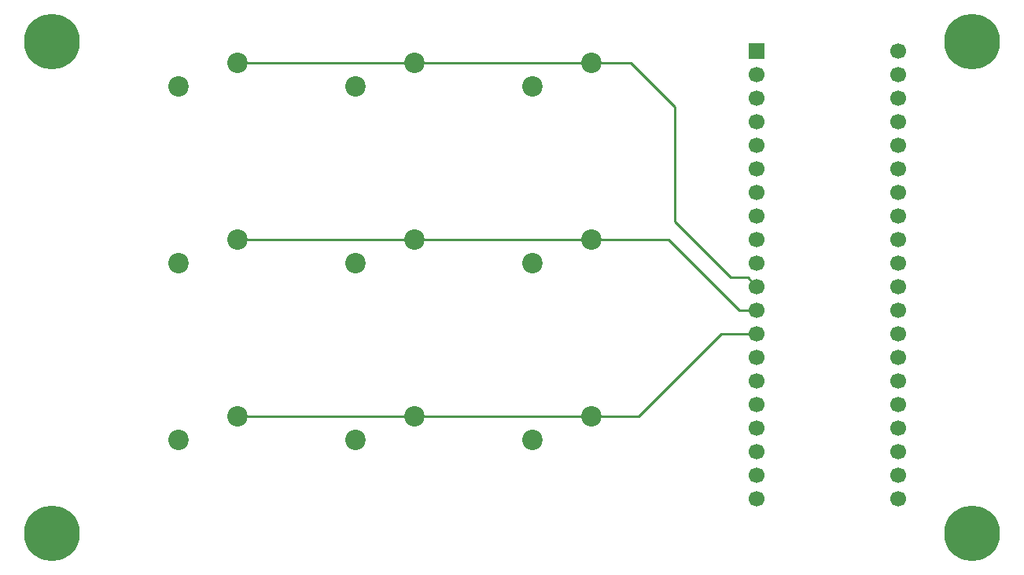
<source format=gbr>
%TF.GenerationSoftware,KiCad,Pcbnew,5.1.8*%
%TF.CreationDate,2021-01-16T11:32:51+01:00*%
%TF.ProjectId,macropad,6d616372-6f70-4616-942e-6b696361645f,rev?*%
%TF.SameCoordinates,Original*%
%TF.FileFunction,Copper,L1,Top*%
%TF.FilePolarity,Positive*%
%FSLAX46Y46*%
G04 Gerber Fmt 4.6, Leading zero omitted, Abs format (unit mm)*
G04 Created by KiCad (PCBNEW 5.1.8) date 2021-01-16 11:32:51*
%MOMM*%
%LPD*%
G01*
G04 APERTURE LIST*
%TA.AperFunction,ComponentPad*%
%ADD10C,2.200000*%
%TD*%
%TA.AperFunction,ComponentPad*%
%ADD11C,6.000000*%
%TD*%
%TA.AperFunction,ComponentPad*%
%ADD12C,1.700000*%
%TD*%
%TA.AperFunction,ComponentPad*%
%ADD13R,1.700000X1.700000*%
%TD*%
%TA.AperFunction,Conductor*%
%ADD14C,0.250000*%
%TD*%
G04 APERTURE END LIST*
D10*
%TO.P,SW1,1*%
%TO.N,/Row1*%
X93980000Y-95250000D03*
%TO.P,SW1,2*%
%TO.N,Net-(D1-Pad1)*%
X87630000Y-97790000D03*
%TD*%
D11*
%TO.P,REF\u002A\u002A,1*%
%TO.N,N/C*%
X173000000Y-93000000D03*
%TD*%
%TO.P,REF\u002A\u002A,1*%
%TO.N,N/C*%
X173000000Y-146000000D03*
%TD*%
%TO.P,REF\u002A\u002A,1*%
%TO.N,N/C*%
X74000000Y-146000000D03*
%TD*%
%TO.P,REF\u002A\u002A,1*%
%TO.N,N/C*%
X74000000Y-93000000D03*
%TD*%
D10*
%TO.P,SW2,2*%
%TO.N,Net-(D2-Pad1)*%
X87630000Y-116840000D03*
%TO.P,SW2,1*%
%TO.N,/Row2*%
X93980000Y-114300000D03*
%TD*%
%TO.P,SW3,2*%
%TO.N,Net-(D3-Pad1)*%
X87630000Y-135890000D03*
%TO.P,SW3,1*%
%TO.N,/Row3*%
X93980000Y-133350000D03*
%TD*%
%TO.P,SW4,2*%
%TO.N,Net-(D4-Pad1)*%
X106680000Y-97790000D03*
%TO.P,SW4,1*%
%TO.N,/Row1*%
X113030000Y-95250000D03*
%TD*%
%TO.P,SW5,1*%
%TO.N,/Row2*%
X113030000Y-114300000D03*
%TO.P,SW5,2*%
%TO.N,Net-(D5-Pad1)*%
X106680000Y-116840000D03*
%TD*%
%TO.P,SW6,1*%
%TO.N,/Row3*%
X113030000Y-133350000D03*
%TO.P,SW6,2*%
%TO.N,Net-(D6-Pad1)*%
X106680000Y-135890000D03*
%TD*%
%TO.P,SW7,1*%
%TO.N,/Row1*%
X132080000Y-95250000D03*
%TO.P,SW7,2*%
%TO.N,Net-(D7-Pad1)*%
X125730000Y-97790000D03*
%TD*%
%TO.P,SW8,1*%
%TO.N,/Row2*%
X132080000Y-114300000D03*
%TO.P,SW8,2*%
%TO.N,Net-(D8-Pad1)*%
X125730000Y-116840000D03*
%TD*%
%TO.P,SW9,2*%
%TO.N,Net-(D9-Pad1)*%
X125730000Y-135890000D03*
%TO.P,SW9,1*%
%TO.N,/Row3*%
X132080000Y-133350000D03*
%TD*%
D12*
%TO.P,U1,40*%
%TO.N,Net-(U1-Pad40)*%
X165100000Y-93980000D03*
D13*
%TO.P,U1,1*%
%TO.N,/Col1*%
X149860000Y-93980000D03*
D12*
%TO.P,U1,39*%
%TO.N,Net-(U1-Pad39)*%
X165100000Y-96520000D03*
%TO.P,U1,2*%
%TO.N,/Col2*%
X149860000Y-96520000D03*
%TO.P,U1,38*%
%TO.N,Net-(U1-Pad38)*%
X165100000Y-99060000D03*
%TO.P,U1,3*%
%TO.N,/Col3*%
X149860000Y-99060000D03*
%TO.P,U1,37*%
%TO.N,Net-(U1-Pad37)*%
X165100000Y-101600000D03*
%TO.P,U1,4*%
%TO.N,Net-(U1-Pad4)*%
X149860000Y-101600000D03*
%TO.P,U1,36*%
%TO.N,Net-(U1-Pad36)*%
X165100000Y-104140000D03*
%TO.P,U1,5*%
%TO.N,Net-(U1-Pad5)*%
X149860000Y-104140000D03*
%TO.P,U1,35*%
%TO.N,Net-(U1-Pad35)*%
X165100000Y-106680000D03*
%TO.P,U1,6*%
%TO.N,Net-(U1-Pad6)*%
X149860000Y-106680000D03*
%TO.P,U1,34*%
%TO.N,Net-(U1-Pad34)*%
X165100000Y-109220000D03*
%TO.P,U1,7*%
%TO.N,Net-(U1-Pad7)*%
X149860000Y-109220000D03*
%TO.P,U1,33*%
%TO.N,Net-(U1-Pad33)*%
X165100000Y-111760000D03*
%TO.P,U1,8*%
%TO.N,Net-(U1-Pad8)*%
X149860000Y-111760000D03*
%TO.P,U1,32*%
%TO.N,Net-(U1-Pad32)*%
X165100000Y-114300000D03*
%TO.P,U1,9*%
%TO.N,Net-(U1-Pad9)*%
X149860000Y-114300000D03*
%TO.P,U1,31*%
%TO.N,Net-(U1-Pad31)*%
X165100000Y-116840000D03*
%TO.P,U1,10*%
%TO.N,Net-(U1-Pad10)*%
X149860000Y-116840000D03*
%TO.P,U1,30*%
%TO.N,Net-(U1-Pad30)*%
X165100000Y-119380000D03*
%TO.P,U1,11*%
%TO.N,/Row1*%
X149860000Y-119380000D03*
%TO.P,U1,29*%
%TO.N,Net-(U1-Pad29)*%
X165100000Y-121920000D03*
%TO.P,U1,12*%
%TO.N,/Row2*%
X149860000Y-121920000D03*
%TO.P,U1,28*%
%TO.N,Net-(U1-Pad28)*%
X165100000Y-124460000D03*
%TO.P,U1,13*%
%TO.N,/Row3*%
X149860000Y-124460000D03*
%TO.P,U1,27*%
%TO.N,Net-(U1-Pad27)*%
X165100000Y-127000000D03*
%TO.P,U1,14*%
%TO.N,Net-(U1-Pad14)*%
X149860000Y-127000000D03*
%TO.P,U1,26*%
%TO.N,Net-(U1-Pad26)*%
X165100000Y-129540000D03*
%TO.P,U1,15*%
%TO.N,Net-(U1-Pad15)*%
X149860000Y-129540000D03*
%TO.P,U1,25*%
%TO.N,Net-(U1-Pad25)*%
X165100000Y-132080000D03*
%TO.P,U1,16*%
%TO.N,Net-(U1-Pad16)*%
X149860000Y-132080000D03*
%TO.P,U1,24*%
%TO.N,Net-(U1-Pad24)*%
X165100000Y-134620000D03*
%TO.P,U1,17*%
%TO.N,Net-(U1-Pad17)*%
X149860000Y-134620000D03*
%TO.P,U1,23*%
%TO.N,Net-(U1-Pad23)*%
X165100000Y-137160000D03*
%TO.P,U1,18*%
%TO.N,Net-(U1-Pad18)*%
X149860000Y-137160000D03*
%TO.P,U1,22*%
%TO.N,Net-(U1-Pad22)*%
X165100000Y-139700000D03*
%TO.P,U1,19*%
%TO.N,Net-(U1-Pad19)*%
X149860000Y-139700000D03*
%TO.P,U1,21*%
%TO.N,Net-(U1-Pad21)*%
X165100000Y-142240000D03*
%TO.P,U1,20*%
%TO.N,Net-(U1-Pad20)*%
X149860000Y-142240000D03*
%TD*%
D14*
%TO.N,/Row1*%
X93980000Y-95250000D02*
X113750000Y-95250000D01*
X113750000Y-95250000D02*
X132080000Y-95250000D01*
X132080000Y-95250000D02*
X136250000Y-95250000D01*
X136250000Y-95250000D02*
X141000000Y-100000000D01*
X141000000Y-112400000D02*
X147000000Y-118400000D01*
X141000000Y-100000000D02*
X141000000Y-112400000D01*
X148880000Y-118400000D02*
X149860000Y-119380000D01*
X147000000Y-118400000D02*
X148880000Y-118400000D01*
%TO.N,/Row2*%
X93980000Y-114300000D02*
X113030000Y-114300000D01*
X113030000Y-114300000D02*
X132080000Y-114300000D01*
X140360000Y-114300000D02*
X132080000Y-114300000D01*
X147980000Y-121920000D02*
X140360000Y-114300000D01*
X149860000Y-121920000D02*
X147980000Y-121920000D01*
%TO.N,/Row3*%
X93980000Y-133350000D02*
X113030000Y-133350000D01*
X113030000Y-133350000D02*
X132080000Y-133350000D01*
X132080000Y-133350000D02*
X137130000Y-133350000D01*
X149860000Y-124460000D02*
X146050000Y-124460000D01*
X146050000Y-124460000D02*
X137160000Y-133350000D01*
%TD*%
M02*

</source>
